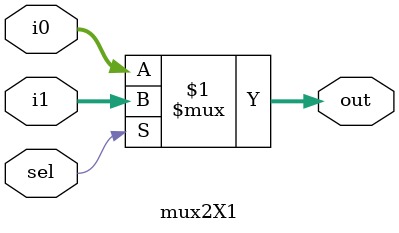
<source format=v>
module mux2X1
(
	input  wire [7:0] i0,
	input  wire [7:0] i1,
	input  wire       sel,
	output wire [7:0] out
);

assign out = (sel)? i1:i0;

endmodule
</source>
